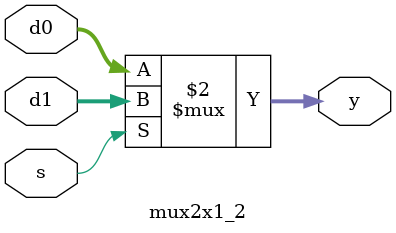
<source format=v>
module mux2x1_2 #(parameter width = 2)
(input [width-1:0] d0, d1,
input s,
output [width-1:0] y );

assign y=(s==1'b0) ? d0:d1;

endmodule

</source>
